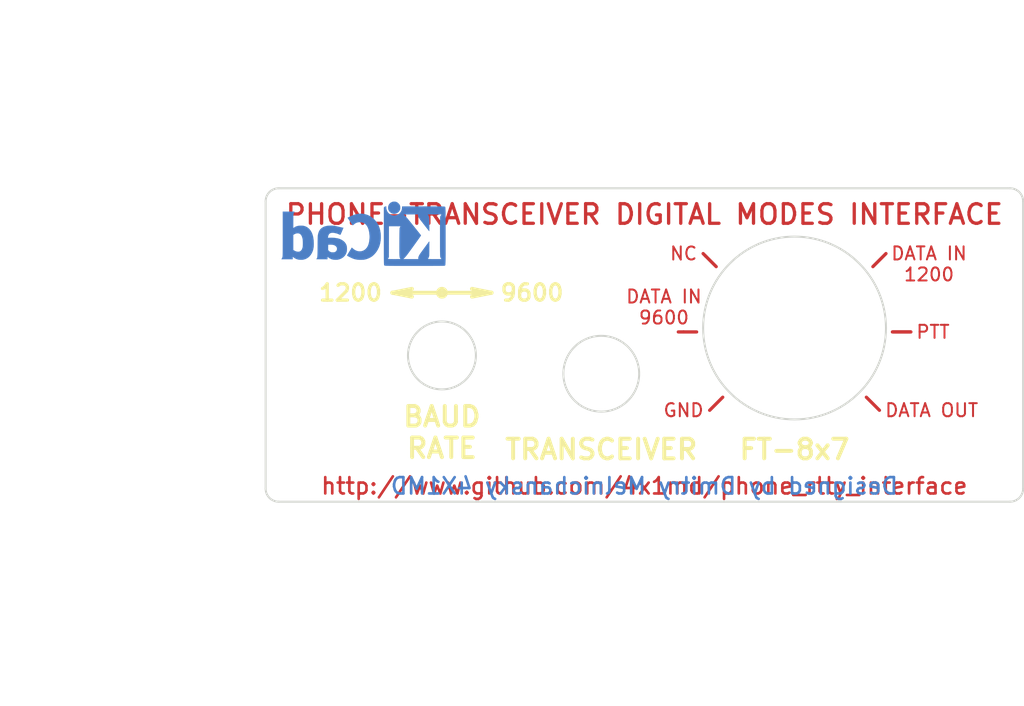
<source format=kicad_pcb>
(kicad_pcb (version 4) (host pcbnew 4.0.7-e2-6376~58~ubuntu16.04.1)

  (general
    (links 0)
    (no_connects 0)
    (area 78.816667 85.65 164.986666 141.700001)
    (thickness 1.6)
    (drawings 49)
    (tracks 9)
    (zones 0)
    (modules 3)
    (nets 1)
  )

  (page A4)
  (title_block
    (title "Phone-transceiver digital modes interface - back panel")
    (date 2017-10-28)
    (rev B)
    (comment 1 https://github.com/4x1md/phone_rtty_interface)
  )

  (layers
    (0 F.Cu signal)
    (31 B.Cu signal)
    (32 B.Adhes user)
    (33 F.Adhes user)
    (34 B.Paste user)
    (35 F.Paste user)
    (36 B.SilkS user)
    (37 F.SilkS user)
    (38 B.Mask user)
    (39 F.Mask user)
    (40 Dwgs.User user)
    (41 Cmts.User user)
    (42 Eco1.User user)
    (43 Eco2.User user)
    (44 Edge.Cuts user)
    (45 Margin user)
    (46 B.CrtYd user)
    (47 F.CrtYd user)
    (48 B.Fab user)
    (49 F.Fab user)
  )

  (setup
    (last_trace_width 0.25)
    (user_trace_width 0.5)
    (user_trace_width 0.75)
    (user_trace_width 1)
    (user_trace_width 1.5)
    (trace_clearance 0.2)
    (zone_clearance 0.35)
    (zone_45_only no)
    (trace_min 0.2)
    (segment_width 0.3)
    (edge_width 0.15)
    (via_size 0.6)
    (via_drill 0.4)
    (via_min_size 0.4)
    (via_min_drill 0.3)
    (user_via 0.75 0.4)
    (user_via 0.85 0.4)
    (user_via 1 0.4)
    (uvia_size 0.3)
    (uvia_drill 0.1)
    (uvias_allowed no)
    (uvia_min_size 0.2)
    (uvia_min_drill 0.1)
    (pcb_text_width 0.3)
    (pcb_text_size 1.5 1.5)
    (mod_edge_width 0.15)
    (mod_text_size 1 1)
    (mod_text_width 0.15)
    (pad_size 2.7 2.7)
    (pad_drill 2.7)
    (pad_to_mask_clearance 0.2)
    (aux_axis_origin 100 100)
    (visible_elements 7FFFFFFF)
    (pcbplotparams
      (layerselection 0x010f0_80000001)
      (usegerberextensions true)
      (excludeedgelayer true)
      (linewidth 0.100000)
      (plotframeref false)
      (viasonmask false)
      (mode 1)
      (useauxorigin false)
      (hpglpennumber 1)
      (hpglpenspeed 20)
      (hpglpendiameter 15)
      (hpglpenoverlay 2)
      (psnegative false)
      (psa4output false)
      (plotreference true)
      (plotvalue false)
      (plotinvisibletext false)
      (padsonsilk false)
      (subtractmaskfromsilk false)
      (outputformat 1)
      (mirror false)
      (drillshape 0)
      (scaleselection 1)
      (outputdirectory D:/MyProjects/phone_rtty_interface/gerbers))
  )

  (net 0 "")

  (net_class Default "This is the default net class."
    (clearance 0.2)
    (trace_width 0.25)
    (via_dia 0.6)
    (via_drill 0.4)
    (uvia_dia 0.3)
    (uvia_drill 0.1)
  )

  (module Mounting_Holes:MountingHole_2.7mm_M2.5_ISO7380 locked (layer F.Cu) (tedit 59F4AA55) (tstamp 58459CF2)
    (at 102.7 112)
    (descr "Mounting Hole 2.7mm, no annular, M2.5, ISO7380")
    (tags "mounting hole 2.7mm no annular m2.5 iso7380")
    (fp_text reference MH1 (at -7.3 -5.4) (layer F.SilkS) hide
      (effects (font (size 1 1) (thickness 0.15)))
    )
    (fp_text value MH_2.7mm_M2.5_ISO7380 (at -6.7 -3.5) (layer F.Fab) hide
      (effects (font (size 1 1) (thickness 0.15)))
    )
    (fp_circle (center 0 0) (end 2.25 0) (layer Cmts.User) (width 0.15))
    (fp_circle (center 0 0) (end 2.5 0) (layer F.CrtYd) (width 0.05))
    (pad 1 np_thru_hole circle (at 0 0) (size 2.7 2.7) (drill 2.7) (layers *.Cu *.Mask))
  )

  (module Mounting_Holes:MountingHole_2.7mm_M2.5_ISO7380 locked (layer F.Cu) (tedit 5845FABA) (tstamp 58459D22)
    (at 155.3 112)
    (descr "Mounting Hole 2.7mm, no annular, M2.5, ISO7380")
    (tags "mounting hole 2.7mm no annular m2.5 iso7380")
    (fp_text reference MH2 (at -0.18 -5.51) (layer F.SilkS) hide
      (effects (font (size 1 1) (thickness 0.15)))
    )
    (fp_text value MH_2.7mm_M2.5_ISO7380 (at -0.18 -4.24) (layer F.Fab) hide
      (effects (font (size 1 1) (thickness 0.15)))
    )
    (fp_circle (center 0 0) (end 2.25 0) (layer Cmts.User) (width 0.15))
    (fp_circle (center 0 0) (end 2.5 0) (layer F.CrtYd) (width 0.05))
    (pad 1 np_thru_hole circle (at 0 0) (size 2.7 2.7) (drill 2.7) (layers *.Cu *.Mask))
  )

  (module custom_kicad_footprints:KiCad-Logo_Copper (layer B.Cu) (tedit 0) (tstamp 59F48DE3)
    (at 107.5 104 180)
    (descr "KiCad Logo")
    (tags "Logo KiCad")
    (attr virtual)
    (fp_text reference REF*** (at 0 0 180) (layer B.Cu) hide
      (effects (font (size 1 1) (thickness 0.15)) (justify mirror))
    )
    (fp_text value KiCad-Logo_Copper (at 0.75 0 180) (layer B.Fab) hide
      (effects (font (size 1 1) (thickness 0.15)) (justify mirror))
    )
    (fp_poly (pts (xy -2.9464 2.510946) (xy -2.935535 2.397007) (xy -2.903918 2.289384) (xy -2.853015 2.190385)
      (xy -2.784293 2.102316) (xy -2.699219 2.027484) (xy -2.602232 1.969616) (xy -2.495964 1.929995)
      (xy -2.38895 1.911427) (xy -2.2833 1.912566) (xy -2.181125 1.93207) (xy -2.084534 1.968594)
      (xy -1.995638 2.020795) (xy -1.916546 2.087327) (xy -1.849369 2.166848) (xy -1.796217 2.258013)
      (xy -1.759199 2.359477) (xy -1.740427 2.469898) (xy -1.738489 2.519794) (xy -1.738489 2.607733)
      (xy -1.68656 2.607733) (xy -1.650253 2.604889) (xy -1.623355 2.593089) (xy -1.596249 2.569351)
      (xy -1.557867 2.530969) (xy -1.557867 0.339398) (xy -1.557876 0.077261) (xy -1.557908 -0.163241)
      (xy -1.557972 -0.383048) (xy -1.558076 -0.583101) (xy -1.558227 -0.764344) (xy -1.558434 -0.927716)
      (xy -1.558706 -1.07416) (xy -1.55905 -1.204617) (xy -1.559474 -1.320029) (xy -1.559987 -1.421338)
      (xy -1.560597 -1.509484) (xy -1.561312 -1.58541) (xy -1.56214 -1.650057) (xy -1.563089 -1.704367)
      (xy -1.564167 -1.74928) (xy -1.565383 -1.78574) (xy -1.566745 -1.814687) (xy -1.568261 -1.837063)
      (xy -1.569938 -1.853809) (xy -1.571786 -1.865868) (xy -1.573813 -1.87418) (xy -1.576025 -1.879687)
      (xy -1.577108 -1.881537) (xy -1.581271 -1.888549) (xy -1.584805 -1.894996) (xy -1.588635 -1.9009)
      (xy -1.593682 -1.906286) (xy -1.600871 -1.911178) (xy -1.611123 -1.915598) (xy -1.625364 -1.919572)
      (xy -1.644514 -1.923121) (xy -1.669499 -1.92627) (xy -1.70124 -1.929042) (xy -1.740662 -1.931461)
      (xy -1.788686 -1.933551) (xy -1.846237 -1.935335) (xy -1.914237 -1.936837) (xy -1.99361 -1.93808)
      (xy -2.085279 -1.939089) (xy -2.190166 -1.939885) (xy -2.309196 -1.940494) (xy -2.44329 -1.940939)
      (xy -2.593373 -1.941243) (xy -2.760367 -1.94143) (xy -2.945196 -1.941524) (xy -3.148783 -1.941548)
      (xy -3.37205 -1.941525) (xy -3.615922 -1.94148) (xy -3.881321 -1.941437) (xy -3.919704 -1.941432)
      (xy -4.186682 -1.941389) (xy -4.432002 -1.941318) (xy -4.656583 -1.941213) (xy -4.861345 -1.941066)
      (xy -5.047206 -1.940869) (xy -5.215088 -1.940616) (xy -5.365908 -1.9403) (xy -5.500587 -1.939913)
      (xy -5.620044 -1.939447) (xy -5.725199 -1.938897) (xy -5.816971 -1.938253) (xy -5.896279 -1.937511)
      (xy -5.964043 -1.936661) (xy -6.021182 -1.935697) (xy -6.068617 -1.934611) (xy -6.107266 -1.933397)
      (xy -6.138049 -1.932047) (xy -6.161885 -1.930555) (xy -6.179694 -1.928911) (xy -6.192395 -1.927111)
      (xy -6.200908 -1.925145) (xy -6.205266 -1.923477) (xy -6.213728 -1.919906) (xy -6.221497 -1.91727)
      (xy -6.228602 -1.914634) (xy -6.235073 -1.911062) (xy -6.240939 -1.905621) (xy -6.246229 -1.897375)
      (xy -6.250974 -1.88539) (xy -6.255202 -1.868731) (xy -6.258943 -1.846463) (xy -6.262227 -1.817652)
      (xy -6.265083 -1.781363) (xy -6.26754 -1.736661) (xy -6.269629 -1.682611) (xy -6.271378 -1.618279)
      (xy -6.272817 -1.54273) (xy -6.273976 -1.45503) (xy -6.274883 -1.354243) (xy -6.275569 -1.239434)
      (xy -6.276063 -1.10967) (xy -6.276395 -0.964015) (xy -6.276593 -0.801535) (xy -6.276687 -0.621295)
      (xy -6.276708 -0.42236) (xy -6.276685 -0.203796) (xy -6.276646 0.035332) (xy -6.276622 0.29596)
      (xy -6.276622 0.338111) (xy -6.276636 0.601008) (xy -6.276661 0.842268) (xy -6.276671 1.062835)
      (xy -6.276642 1.263648) (xy -6.276548 1.445651) (xy -6.276362 1.609784) (xy -6.276059 1.756989)
      (xy -6.275614 1.888208) (xy -6.275034 1.998133) (xy -5.972197 1.998133) (xy -5.932407 1.940289)
      (xy -5.921236 1.924521) (xy -5.911166 1.910559) (xy -5.902138 1.897216) (xy -5.894097 1.883307)
      (xy -5.886986 1.867644) (xy -5.880747 1.849042) (xy -5.875325 1.826314) (xy -5.870662 1.798273)
      (xy -5.866701 1.763733) (xy -5.863385 1.721508) (xy -5.860659 1.670411) (xy -5.858464 1.609256)
      (xy -5.856745 1.536856) (xy -5.855444 1.452025) (xy -5.854505 1.353578) (xy -5.85387 1.240326)
      (xy -5.853484 1.111084) (xy -5.853288 0.964666) (xy -5.853227 0.799884) (xy -5.853243 0.615553)
      (xy -5.85328 0.410487) (xy -5.853289 0.287867) (xy -5.853265 0.070918) (xy -5.853231 -0.124642)
      (xy -5.853243 -0.299999) (xy -5.853358 -0.456341) (xy -5.85363 -0.594857) (xy -5.854118 -0.716734)
      (xy -5.854876 -0.82316) (xy -5.855962 -0.915322) (xy -5.857431 -0.994409) (xy -5.85934 -1.061608)
      (xy -5.861744 -1.118107) (xy -5.864701 -1.165093) (xy -5.868266 -1.203755) (xy -5.872495 -1.23528)
      (xy -5.877446 -1.260855) (xy -5.883173 -1.28167) (xy -5.889733 -1.298911) (xy -5.897183 -1.313765)
      (xy -5.905579 -1.327422) (xy -5.914976 -1.341069) (xy -5.925432 -1.355893) (xy -5.931523 -1.364783)
      (xy -5.970296 -1.4224) (xy -5.438732 -1.4224) (xy -5.315483 -1.422365) (xy -5.212987 -1.422215)
      (xy -5.12942 -1.421878) (xy -5.062956 -1.421286) (xy -5.011771 -1.420367) (xy -4.974041 -1.419051)
      (xy -4.94794 -1.417269) (xy -4.931644 -1.414951) (xy -4.923328 -1.412026) (xy -4.921168 -1.408424)
      (xy -4.923339 -1.404075) (xy -4.924535 -1.402645) (xy -4.949685 -1.365573) (xy -4.975583 -1.312772)
      (xy -4.999192 -1.25077) (xy -5.007461 -1.224357) (xy -5.012078 -1.206416) (xy -5.015979 -1.185355)
      (xy -5.019248 -1.159089) (xy -5.021966 -1.125532) (xy -5.024215 -1.082599) (xy -5.026077 -1.028204)
      (xy -5.027636 -0.960262) (xy -5.028972 -0.876688) (xy -5.030169 -0.775395) (xy -5.031308 -0.6543)
      (xy -5.031685 -0.6096) (xy -5.032702 -0.484449) (xy -5.03346 -0.380082) (xy -5.033903 -0.294707)
      (xy -5.03397 -0.226533) (xy -5.033605 -0.173765) (xy -5.032748 -0.134614) (xy -5.031341 -0.107285)
      (xy -5.029325 -0.089986) (xy -5.026643 -0.080926) (xy -5.023236 -0.078312) (xy -5.019044 -0.080351)
      (xy -5.014571 -0.084667) (xy -5.004216 -0.097602) (xy -4.982158 -0.126676) (xy -4.949957 -0.169759)
      (xy -4.909174 -0.224718) (xy -4.86137 -0.289423) (xy -4.808105 -0.361742) (xy -4.75094 -0.439544)
      (xy -4.691437 -0.520698) (xy -4.631155 -0.603072) (xy -4.571655 -0.684536) (xy -4.514498 -0.762957)
      (xy -4.461245 -0.836204) (xy -4.413457 -0.902147) (xy -4.372693 -0.958654) (xy -4.340516 -1.003593)
      (xy -4.318485 -1.034834) (xy -4.313917 -1.041466) (xy -4.290996 -1.078369) (xy -4.264188 -1.126359)
      (xy -4.238789 -1.175897) (xy -4.235568 -1.182577) (xy -4.21389 -1.230772) (xy -4.201304 -1.268334)
      (xy -4.195574 -1.30416) (xy -4.194456 -1.3462) (xy -4.19509 -1.4224) (xy -3.040651 -1.4224)
      (xy -3.131815 -1.328669) (xy -3.178612 -1.278775) (xy -3.228899 -1.222295) (xy -3.274944 -1.168026)
      (xy -3.295369 -1.142673) (xy -3.325807 -1.103128) (xy -3.365862 -1.049916) (xy -3.414361 -0.984667)
      (xy -3.470135 -0.909011) (xy -3.532011 -0.824577) (xy -3.598819 -0.732994) (xy -3.669387 -0.635892)
      (xy -3.742545 -0.534901) (xy -3.817121 -0.43165) (xy -3.891944 -0.327768) (xy -3.965843 -0.224885)
      (xy -4.037646 -0.124631) (xy -4.106184 -0.028636) (xy -4.170284 0.061473) (xy -4.228775 0.144064)
      (xy -4.280486 0.217508) (xy -4.324247 0.280176) (xy -4.358885 0.330439) (xy -4.38323 0.366666)
      (xy -4.396111 0.387229) (xy -4.397869 0.391332) (xy -4.38991 0.402658) (xy -4.369115 0.429838)
      (xy -4.336847 0.471171) (xy -4.29447 0.524956) (xy -4.243347 0.589494) (xy -4.184841 0.663082)
      (xy -4.120314 0.744022) (xy -4.051131 0.830612) (xy -3.978653 0.921152) (xy -3.904246 1.01394)
      (xy -3.844517 1.088298) (xy -2.833511 1.088298) (xy -2.827602 1.075341) (xy -2.813272 1.053092)
      (xy -2.812225 1.051609) (xy -2.793438 1.021456) (xy -2.773791 0.984625) (xy -2.769892 0.976489)
      (xy -2.766356 0.96806) (xy -2.76323 0.957941) (xy -2.760486 0.94474) (xy -2.758092 0.927062)
      (xy -2.756019 0.903516) (xy -2.754235 0.872707) (xy -2.752712 0.833243) (xy -2.751419 0.783731)
      (xy -2.750326 0.722777) (xy -2.749403 0.648989) (xy -2.748619 0.560972) (xy -2.747945 0.457335)
      (xy -2.74735 0.336684) (xy -2.746805 0.197626) (xy -2.746279 0.038768) (xy -2.745745 -0.140089)
      (xy -2.745206 -0.325207) (xy -2.744772 -0.489145) (xy -2.744509 -0.633303) (xy -2.744484 -0.759079)
      (xy -2.744765 -0.867871) (xy -2.745419 -0.961077) (xy -2.746514 -1.040097) (xy -2.748118 -1.106328)
      (xy -2.750297 -1.16117) (xy -2.753119 -1.206021) (xy -2.756651 -1.242278) (xy -2.760961 -1.271341)
      (xy -2.766117 -1.294609) (xy -2.772185 -1.313479) (xy -2.779233 -1.329351) (xy -2.787329 -1.343622)
      (xy -2.79654 -1.357691) (xy -2.80504 -1.370158) (xy -2.822176 -1.396452) (xy -2.832322 -1.414037)
      (xy -2.833511 -1.417257) (xy -2.822604 -1.418334) (xy -2.791411 -1.419335) (xy -2.742223 -1.420235)
      (xy -2.677333 -1.42101) (xy -2.59903 -1.421637) (xy -2.509607 -1.422091) (xy -2.411356 -1.422349)
      (xy -2.342445 -1.4224) (xy -2.237452 -1.42218) (xy -2.14061 -1.421548) (xy -2.054107 -1.420549)
      (xy -1.980132 -1.419227) (xy -1.920874 -1.417626) (xy -1.87852 -1.415791) (xy -1.85526 -1.413765)
      (xy -1.851378 -1.412493) (xy -1.859076 -1.397591) (xy -1.867074 -1.38956) (xy -1.880246 -1.372434)
      (xy -1.897485 -1.342183) (xy -1.909407 -1.317622) (xy -1.936045 -1.258711) (xy -1.93912 -0.081845)
      (xy -1.942195 1.095022) (xy -2.387853 1.095022) (xy -2.48567 1.094858) (xy -2.576064 1.094389)
      (xy -2.65663 1.093653) (xy -2.724962 1.092684) (xy -2.778656 1.09152) (xy -2.815305 1.090197)
      (xy -2.832504 1.088751) (xy -2.833511 1.088298) (xy -3.844517 1.088298) (xy -3.82927 1.107278)
      (xy -3.75509 1.199463) (xy -3.683069 1.288796) (xy -3.614569 1.373576) (xy -3.550955 1.452102)
      (xy -3.493588 1.522674) (xy -3.443833 1.583591) (xy -3.403052 1.633153) (xy -3.385888 1.653822)
      (xy -3.299596 1.754484) (xy -3.222997 1.837741) (xy -3.154183 1.905562) (xy -3.091248 1.959911)
      (xy -3.081867 1.967278) (xy -3.042356 1.997883) (xy -4.174116 1.998133) (xy -4.168827 1.950156)
      (xy -4.17213 1.892812) (xy -4.193661 1.824537) (xy -4.233635 1.744788) (xy -4.278943 1.672505)
      (xy -4.295161 1.64986) (xy -4.323214 1.612304) (xy -4.36143 1.561979) (xy -4.408137 1.501027)
      (xy -4.461661 1.431589) (xy -4.520331 1.355806) (xy -4.582475 1.27582) (xy -4.646421 1.193772)
      (xy -4.710495 1.111804) (xy -4.773027 1.032057) (xy -4.832343 0.956673) (xy -4.886771 0.887793)
      (xy -4.934639 0.827558) (xy -4.974275 0.778111) (xy -5.004006 0.741592) (xy -5.022161 0.720142)
      (xy -5.02522 0.716844) (xy -5.028079 0.724851) (xy -5.030293 0.755145) (xy -5.031857 0.807444)
      (xy -5.032767 0.881469) (xy -5.03302 0.976937) (xy -5.032613 1.093566) (xy -5.031704 1.213555)
      (xy -5.030382 1.345667) (xy -5.028857 1.457406) (xy -5.026881 1.550975) (xy -5.024206 1.628581)
      (xy -5.020582 1.692426) (xy -5.015761 1.744717) (xy -5.009494 1.787656) (xy -5.001532 1.823449)
      (xy -4.991627 1.8543) (xy -4.979531 1.882414) (xy -4.964993 1.909995) (xy -4.950311 1.935034)
      (xy -4.912314 1.998133) (xy -5.972197 1.998133) (xy -6.275034 1.998133) (xy -6.275001 2.004383)
      (xy -6.274195 2.106456) (xy -6.27317 2.195367) (xy -6.2719 2.272059) (xy -6.27036 2.337473)
      (xy -6.268524 2.392551) (xy -6.266367 2.438235) (xy -6.263863 2.475466) (xy -6.260987 2.505187)
      (xy -6.257713 2.528338) (xy -6.254015 2.545861) (xy -6.249869 2.558699) (xy -6.245247 2.567792)
      (xy -6.240126 2.574082) (xy -6.234478 2.578512) (xy -6.228279 2.582022) (xy -6.221504 2.585555)
      (xy -6.215508 2.589124) (xy -6.210275 2.5917) (xy -6.202099 2.594028) (xy -6.189886 2.596122)
      (xy -6.172541 2.597993) (xy -6.148969 2.599653) (xy -6.118077 2.601116) (xy -6.078768 2.602392)
      (xy -6.02995 2.603496) (xy -5.970527 2.604439) (xy -5.899404 2.605233) (xy -5.815488 2.605891)
      (xy -5.717683 2.606425) (xy -5.604894 2.606847) (xy -5.476029 2.607171) (xy -5.329991 2.607408)
      (xy -5.165686 2.60757) (xy -4.98202 2.60767) (xy -4.777897 2.60772) (xy -4.566753 2.607733)
      (xy -2.9464 2.607733) (xy -2.9464 2.510946)) (layer B.Cu) (width 0.01))
    (fp_poly (pts (xy 0.328429 2.050929) (xy 0.48857 2.029755) (xy 0.65251 1.989615) (xy 0.822313 1.930111)
      (xy 1.000043 1.850846) (xy 1.01131 1.845301) (xy 1.069005 1.817275) (xy 1.120552 1.793198)
      (xy 1.162191 1.774751) (xy 1.190162 1.763614) (xy 1.199733 1.761067) (xy 1.21895 1.756059)
      (xy 1.223561 1.751853) (xy 1.218458 1.74142) (xy 1.202418 1.715132) (xy 1.177288 1.675743)
      (xy 1.144914 1.626009) (xy 1.107143 1.568685) (xy 1.065822 1.506524) (xy 1.022798 1.442282)
      (xy 0.979917 1.378715) (xy 0.939026 1.318575) (xy 0.901971 1.26462) (xy 0.8706 1.219603)
      (xy 0.846759 1.186279) (xy 0.832294 1.167403) (xy 0.830309 1.165213) (xy 0.820191 1.169862)
      (xy 0.79785 1.187038) (xy 0.76728 1.21356) (xy 0.751536 1.228036) (xy 0.655047 1.303318)
      (xy 0.548336 1.358759) (xy 0.432832 1.393859) (xy 0.309962 1.40812) (xy 0.240561 1.406949)
      (xy 0.119423 1.389788) (xy 0.010205 1.353906) (xy -0.087418 1.299041) (xy -0.173772 1.22493)
      (xy -0.249185 1.131312) (xy -0.313982 1.017924) (xy -0.351399 0.931333) (xy -0.395252 0.795634)
      (xy -0.427572 0.64815) (xy -0.448443 0.492686) (xy -0.457949 0.333044) (xy -0.456173 0.173027)
      (xy -0.443197 0.016439) (xy -0.419106 -0.132918) (xy -0.383982 -0.27124) (xy -0.337908 -0.394724)
      (xy -0.321627 -0.428978) (xy -0.25338 -0.543064) (xy -0.172921 -0.639557) (xy -0.08143 -0.71767)
      (xy 0.019911 -0.776617) (xy 0.12992 -0.815612) (xy 0.247415 -0.833868) (xy 0.288883 -0.835211)
      (xy 0.410441 -0.82429) (xy 0.530878 -0.791474) (xy 0.648666 -0.737439) (xy 0.762277 -0.662865)
      (xy 0.853685 -0.584539) (xy 0.900215 -0.540008) (xy 1.081483 -0.837271) (xy 1.12658 -0.911433)
      (xy 1.167819 -0.979646) (xy 1.203735 -1.039459) (xy 1.232866 -1.08842) (xy 1.25375 -1.124079)
      (xy 1.264924 -1.143984) (xy 1.266375 -1.147079) (xy 1.258146 -1.156718) (xy 1.232567 -1.173999)
      (xy 1.192873 -1.197283) (xy 1.142297 -1.224934) (xy 1.084074 -1.255315) (xy 1.021437 -1.28679)
      (xy 0.957621 -1.317722) (xy 0.89586 -1.346473) (xy 0.839388 -1.371408) (xy 0.791438 -1.390889)
      (xy 0.767986 -1.399318) (xy 0.634221 -1.437133) (xy 0.496327 -1.462136) (xy 0.348622 -1.47514)
      (xy 0.221833 -1.477468) (xy 0.153878 -1.476373) (xy 0.088277 -1.474275) (xy 0.030847 -1.471434)
      (xy -0.012597 -1.468106) (xy -0.026702 -1.466422) (xy -0.165716 -1.437587) (xy -0.307243 -1.392468)
      (xy -0.444725 -1.33375) (xy -0.571606 -1.26412) (xy -0.649111 -1.211441) (xy -0.776519 -1.103239)
      (xy -0.894822 -0.976671) (xy -1.001828 -0.834866) (xy -1.095348 -0.680951) (xy -1.17319 -0.518053)
      (xy -1.217044 -0.400756) (xy -1.267292 -0.217128) (xy -1.300791 -0.022581) (xy -1.317551 0.178675)
      (xy -1.317584 0.382432) (xy -1.300899 0.584479) (xy -1.267507 0.780608) (xy -1.21742 0.966609)
      (xy -1.213603 0.978197) (xy -1.150719 1.14025) (xy -1.073972 1.288168) (xy -0.980758 1.426135)
      (xy -0.868473 1.558339) (xy -0.824608 1.603601) (xy -0.688466 1.727543) (xy -0.548509 1.830085)
      (xy -0.402589 1.912344) (xy -0.248558 1.975436) (xy -0.084268 2.020477) (xy 0.011289 2.037967)
      (xy 0.170023 2.053534) (xy 0.328429 2.050929)) (layer B.Cu) (width 0.01))
    (fp_poly (pts (xy 2.673574 1.133448) (xy 2.825492 1.113433) (xy 2.960756 1.079798) (xy 3.080239 1.032275)
      (xy 3.184815 0.970595) (xy 3.262424 0.907035) (xy 3.331265 0.832901) (xy 3.385006 0.753129)
      (xy 3.42791 0.660909) (xy 3.443384 0.617839) (xy 3.456244 0.578858) (xy 3.467446 0.542711)
      (xy 3.47712 0.507566) (xy 3.485396 0.47159) (xy 3.492403 0.43295) (xy 3.498272 0.389815)
      (xy 3.503131 0.340351) (xy 3.50711 0.282727) (xy 3.51034 0.215109) (xy 3.512949 0.135666)
      (xy 3.515067 0.042564) (xy 3.516824 -0.066027) (xy 3.518349 -0.191942) (xy 3.519772 -0.337012)
      (xy 3.521025 -0.479778) (xy 3.522351 -0.635968) (xy 3.523556 -0.771239) (xy 3.524766 -0.887246)
      (xy 3.526106 -0.985645) (xy 3.5277 -1.068093) (xy 3.529675 -1.136246) (xy 3.532156 -1.19176)
      (xy 3.535269 -1.236292) (xy 3.539138 -1.271498) (xy 3.543889 -1.299034) (xy 3.549648 -1.320556)
      (xy 3.556539 -1.337722) (xy 3.564689 -1.352186) (xy 3.574223 -1.365606) (xy 3.585266 -1.379638)
      (xy 3.589566 -1.385071) (xy 3.605386 -1.40791) (xy 3.612422 -1.423463) (xy 3.612444 -1.423922)
      (xy 3.601567 -1.426121) (xy 3.570582 -1.428147) (xy 3.521957 -1.429942) (xy 3.458163 -1.431451)
      (xy 3.381669 -1.432616) (xy 3.294944 -1.43338) (xy 3.200457 -1.433686) (xy 3.18955 -1.433689)
      (xy 2.766657 -1.433689) (xy 2.763395 -1.337622) (xy 2.760133 -1.241556) (xy 2.698044 -1.292543)
      (xy 2.600714 -1.360057) (xy 2.490813 -1.414749) (xy 2.404349 -1.444978) (xy 2.335278 -1.459666)
      (xy 2.251925 -1.469659) (xy 2.162159 -1.474646) (xy 2.073845 -1.474313) (xy 1.994851 -1.468351)
      (xy 1.958622 -1.462638) (xy 1.818603 -1.424776) (xy 1.692178 -1.369932) (xy 1.58026 -1.298924)
      (xy 1.483762 -1.212568) (xy 1.4036 -1.111679) (xy 1.340687 -0.997076) (xy 1.296312 -0.870984)
      (xy 1.283978 -0.814401) (xy 1.276368 -0.752202) (xy 1.272739 -0.677363) (xy 1.272245 -0.643467)
      (xy 1.27231 -0.640282) (xy 2.032248 -0.640282) (xy 2.041541 -0.715333) (xy 2.069728 -0.77916)
      (xy 2.118197 -0.834798) (xy 2.123254 -0.839211) (xy 2.171548 -0.874037) (xy 2.223257 -0.89662)
      (xy 2.283989 -0.90854) (xy 2.359352 -0.911383) (xy 2.377459 -0.910978) (xy 2.431278 -0.908325)
      (xy 2.471308 -0.902909) (xy 2.506324 -0.892745) (xy 2.545103 -0.87585) (xy 2.555745 -0.870672)
      (xy 2.616396 -0.834844) (xy 2.663215 -0.792212) (xy 2.675952 -0.776973) (xy 2.720622 -0.720462)
      (xy 2.720622 -0.524586) (xy 2.720086 -0.445939) (xy 2.718396 -0.387988) (xy 2.715428 -0.348875)
      (xy 2.711057 -0.326741) (xy 2.706972 -0.320274) (xy 2.691047 -0.317111) (xy 2.657264 -0.314488)
      (xy 2.61034 -0.312655) (xy 2.554993 -0.311857) (xy 2.546106 -0.311842) (xy 2.42533 -0.317096)
      (xy 2.32266 -0.333263) (xy 2.236106 -0.360961) (xy 2.163681 -0.400808) (xy 2.108751 -0.447758)
      (xy 2.064204 -0.505645) (xy 2.03948 -0.568693) (xy 2.032248 -0.640282) (xy 1.27231 -0.640282)
      (xy 1.274178 -0.549712) (xy 1.282522 -0.470812) (xy 1.298768 -0.39959) (xy 1.324405 -0.328864)
      (xy 1.348401 -0.276493) (xy 1.40702 -0.181196) (xy 1.485117 -0.09317) (xy 1.580315 -0.014017)
      (xy 1.690238 0.05466) (xy 1.81251 0.111259) (xy 1.944755 0.154179) (xy 2.009422 0.169118)
      (xy 2.145604 0.191223) (xy 2.294049 0.205806) (xy 2.445505 0.212187) (xy 2.572064 0.210555)
      (xy 2.73395 0.203776) (xy 2.72653 0.262755) (xy 2.707238 0.361908) (xy 2.676104 0.442628)
      (xy 2.632269 0.505534) (xy 2.574871 0.551244) (xy 2.503048 0.580378) (xy 2.415941 0.593553)
      (xy 2.312686 0.591389) (xy 2.274711 0.587388) (xy 2.13352 0.56222) (xy 1.996707 0.521186)
      (xy 1.902178 0.483185) (xy 1.857018 0.46381) (xy 1.818585 0.44824) (xy 1.792234 0.438595)
      (xy 1.784546 0.436548) (xy 1.774802 0.445626) (xy 1.758083 0.474595) (xy 1.734232 0.523783)
      (xy 1.703093 0.593516) (xy 1.664507 0.684121) (xy 1.65791 0.699911) (xy 1.627853 0.772228)
      (xy 1.600874 0.837575) (xy 1.578136 0.893094) (xy 1.560806 0.935928) (xy 1.550048 0.963219)
      (xy 1.546941 0.972058) (xy 1.55694 0.976813) (xy 1.583217 0.98209) (xy 1.611489 0.985769)
      (xy 1.641646 0.990526) (xy 1.689433 0.999972) (xy 1.750612 1.01318) (xy 1.820946 1.029224)
      (xy 1.896194 1.04718) (xy 1.924755 1.054203) (xy 2.029816 1.079791) (xy 2.11748 1.099853)
      (xy 2.192068 1.115031) (xy 2.257903 1.125965) (xy 2.319307 1.133296) (xy 2.380602 1.137665)
      (xy 2.44611 1.139713) (xy 2.504128 1.140111) (xy 2.673574 1.133448)) (layer B.Cu) (width 0.01))
    (fp_poly (pts (xy 6.186507 0.527755) (xy 6.186526 0.293338) (xy 6.186552 0.080397) (xy 6.186625 -0.112168)
      (xy 6.186782 -0.285459) (xy 6.187064 -0.440576) (xy 6.187509 -0.57862) (xy 6.188156 -0.700692)
      (xy 6.189045 -0.807894) (xy 6.190213 -0.901326) (xy 6.191701 -0.98209) (xy 6.193546 -1.051286)
      (xy 6.195789 -1.110015) (xy 6.198469 -1.159379) (xy 6.201623 -1.200478) (xy 6.205292 -1.234413)
      (xy 6.209513 -1.262286) (xy 6.214327 -1.285198) (xy 6.219773 -1.304249) (xy 6.225888 -1.32054)
      (xy 6.232712 -1.335173) (xy 6.240285 -1.349249) (xy 6.248645 -1.363868) (xy 6.253839 -1.372974)
      (xy 6.288104 -1.433689) (xy 5.429955 -1.433689) (xy 5.429955 -1.337733) (xy 5.429224 -1.29437)
      (xy 5.427272 -1.261205) (xy 5.424463 -1.243424) (xy 5.423221 -1.241778) (xy 5.411799 -1.248662)
      (xy 5.389084 -1.266505) (xy 5.366385 -1.285879) (xy 5.3118 -1.326614) (xy 5.242321 -1.367617)
      (xy 5.16527 -1.405123) (xy 5.087965 -1.435364) (xy 5.057113 -1.445012) (xy 4.988616 -1.459578)
      (xy 4.905764 -1.469539) (xy 4.816371 -1.474583) (xy 4.728248 -1.474396) (xy 4.649207 -1.468666)
      (xy 4.611511 -1.462858) (xy 4.473414 -1.424797) (xy 4.346113 -1.367073) (xy 4.230292 -1.290211)
      (xy 4.126637 -1.194739) (xy 4.035833 -1.081179) (xy 3.969031 -0.970381) (xy 3.914164 -0.853625)
      (xy 3.872163 -0.734276) (xy 3.842167 -0.608283) (xy 3.823311 -0.471594) (xy 3.814732 -0.320158)
      (xy 3.814006 -0.242711) (xy 3.8161 -0.185934) (xy 4.645217 -0.185934) (xy 4.645424 -0.279002)
      (xy 4.648337 -0.366692) (xy 4.654 -0.443772) (xy 4.662455 -0.505009) (xy 4.665038 -0.51735)
      (xy 4.69684 -0.624633) (xy 4.738498 -0.711658) (xy 4.790363 -0.778642) (xy 4.852781 -0.825805)
      (xy 4.9261 -0.853365) (xy 5.010669 -0.861541) (xy 5.106835 -0.850551) (xy 5.170311 -0.834829)
      (xy 5.219454 -0.816639) (xy 5.273583 -0.790791) (xy 5.314244 -0.767089) (xy 5.3848 -0.720721)
      (xy 5.3848 0.42947) (xy 5.317392 0.473038) (xy 5.238867 0.51396) (xy 5.154681 0.540611)
      (xy 5.069557 0.552535) (xy 4.988216 0.549278) (xy 4.91538 0.530385) (xy 4.883426 0.514816)
      (xy 4.825501 0.471819) (xy 4.776544 0.415047) (xy 4.73539 0.342425) (xy 4.700874 0.251879)
      (xy 4.671833 0.141334) (xy 4.670552 0.135467) (xy 4.660381 0.073212) (xy 4.652739 -0.004594)
      (xy 4.64767 -0.09272) (xy 4.645217 -0.185934) (xy 3.8161 -0.185934) (xy 3.821857 -0.029895)
      (xy 3.843802 0.165941) (xy 3.879786 0.344668) (xy 3.929759 0.506155) (xy 3.993668 0.650274)
      (xy 4.071462 0.776894) (xy 4.163089 0.885885) (xy 4.268497 0.977117) (xy 4.313662 1.008068)
      (xy 4.414611 1.064215) (xy 4.517901 1.103826) (xy 4.627989 1.127986) (xy 4.74933 1.137781)
      (xy 4.841836 1.136735) (xy 4.97149 1.125769) (xy 5.084084 1.103954) (xy 5.182875 1.070286)
      (xy 5.271121 1.023764) (xy 5.319986 0.989552) (xy 5.349353 0.967638) (xy 5.371043 0.952667)
      (xy 5.379253 0.948267) (xy 5.380868 0.959096) (xy 5.382159 0.989749) (xy 5.383138 1.037474)
      (xy 5.383817 1.099521) (xy 5.38421 1.173138) (xy 5.38433 1.255573) (xy 5.384188 1.344075)
      (xy 5.383797 1.435893) (xy 5.383171 1.528276) (xy 5.38232 1.618472) (xy 5.38126 1.703729)
      (xy 5.380001 1.781297) (xy 5.378556 1.848424) (xy 5.376938 1.902359) (xy 5.375161 1.94035)
      (xy 5.374669 1.947333) (xy 5.367092 2.017749) (xy 5.355531 2.072898) (xy 5.337792 2.120019)
      (xy 5.311682 2.166353) (xy 5.305415 2.175933) (xy 5.280983 2.212622) (xy 6.186311 2.212622)
      (xy 6.186507 0.527755)) (layer B.Cu) (width 0.01))
    (fp_poly (pts (xy -2.273043 2.973429) (xy -2.176768 2.949191) (xy -2.090184 2.906359) (xy -2.015373 2.846581)
      (xy -1.954418 2.771506) (xy -1.909399 2.68278) (xy -1.883136 2.58647) (xy -1.877286 2.489205)
      (xy -1.89214 2.395346) (xy -1.92584 2.307489) (xy -1.976528 2.22823) (xy -2.042345 2.160164)
      (xy -2.121434 2.105888) (xy -2.211934 2.067998) (xy -2.2632 2.055574) (xy -2.307698 2.048053)
      (xy -2.341999 2.045081) (xy -2.37496 2.046906) (xy -2.415434 2.053775) (xy -2.448531 2.06075)
      (xy -2.541947 2.092259) (xy -2.625619 2.143383) (xy -2.697665 2.212571) (xy -2.7562 2.298272)
      (xy -2.770148 2.325511) (xy -2.786586 2.361878) (xy -2.796894 2.392418) (xy -2.80246 2.42455)
      (xy -2.804669 2.465693) (xy -2.804948 2.511778) (xy -2.800861 2.596135) (xy -2.787446 2.665414)
      (xy -2.762256 2.726039) (xy -2.722846 2.784433) (xy -2.684298 2.828698) (xy -2.612406 2.894516)
      (xy -2.537313 2.939947) (xy -2.454562 2.96715) (xy -2.376928 2.977424) (xy -2.273043 2.973429)) (layer B.Cu) (width 0.01))
  )

  (gr_text NC (at 132 105) (layer F.Cu)
    (effects (font (size 1 1) (thickness 0.15)))
  )
  (gr_text "DATA IN\n9600" (at 130.5 109.1) (layer F.Cu)
    (effects (font (size 1 1) (thickness 0.15)))
  )
  (gr_text GND (at 132 117) (layer F.Cu)
    (effects (font (size 1 1) (thickness 0.15)))
  )
  (gr_text "DATA OUT" (at 151 117) (layer F.Cu)
    (effects (font (size 1 1) (thickness 0.15)))
  )
  (gr_text "DATA IN\n1200" (at 150.8 105.8) (layer F.Cu)
    (effects (font (size 1 1) (thickness 0.15)))
  )
  (gr_text PTT (at 151.1 111) (layer F.Cu)
    (effects (font (size 1 1) (thickness 0.15)))
  )
  (gr_circle (center 113.5 108) (end 113.8 108) (layer F.SilkS) (width 0.3))
  (gr_line (start 111.2 107.7) (end 109.7 108) (angle 90) (layer F.SilkS) (width 0.3) (tstamp 59F4A997))
  (gr_line (start 109.7 108) (end 111.2 108.3) (angle 90) (layer F.SilkS) (width 0.3) (tstamp 59F4A996))
  (gr_line (start 115.8 107.7) (end 117.3 108) (angle 90) (layer F.SilkS) (width 0.3))
  (gr_line (start 117.3 108) (end 115.8 108.3) (angle 90) (layer F.SilkS) (width 0.3))
  (gr_line (start 109.7 108) (end 117.3 108) (angle 90) (layer F.SilkS) (width 0.3))
  (gr_text 9600 (at 120.4 108) (layer F.SilkS)
    (effects (font (size 1.25 1.25) (thickness 0.25)))
  )
  (gr_text 1200 (at 106.5 108) (layer F.SilkS)
    (effects (font (size 1.25 1.25) (thickness 0.25)))
  )
  (dimension 24 (width 0.1) (layer Dwgs.User)
    (gr_text "24.000 mm" (at 83.15 112 270) (layer Dwgs.User)
      (effects (font (size 1 1) (thickness 0.1)))
    )
    (feature1 (pts (xy 99.5 124) (xy 81.8 124)))
    (feature2 (pts (xy 99.5 100) (xy 81.8 100)))
    (crossbar (pts (xy 84.5 100) (xy 84.5 124)))
    (arrow1a (pts (xy 84.5 124) (xy 83.913579 122.873496)))
    (arrow1b (pts (xy 84.5 124) (xy 85.086421 122.873496)))
    (arrow2a (pts (xy 84.5 100) (xy 83.913579 101.126504)))
    (arrow2b (pts (xy 84.5 100) (xy 85.086421 101.126504)))
  )
  (dimension 13.3 (width 0.1) (layer Dwgs.User)
    (gr_text "13.300 mm" (at 87.15 117.35 270) (layer Dwgs.User)
      (effects (font (size 1 1) (thickness 0.1)))
    )
    (feature1 (pts (xy 99.5 124) (xy 85.8 124)))
    (feature2 (pts (xy 99.5 110.7) (xy 85.8 110.7)))
    (crossbar (pts (xy 88.5 110.7) (xy 88.5 124)))
    (arrow1a (pts (xy 88.5 124) (xy 87.913579 122.873496)))
    (arrow1b (pts (xy 88.5 124) (xy 89.086421 122.873496)))
    (arrow2a (pts (xy 88.5 110.7) (xy 87.913579 111.826504)))
    (arrow2b (pts (xy 88.5 110.7) (xy 89.086421 111.826504)))
  )
  (dimension 11.2 (width 0.1) (layer Dwgs.User)
    (gr_text "11.200 mm" (at 91.15 118.4 270) (layer Dwgs.User)
      (effects (font (size 1 1) (thickness 0.1)))
    )
    (feature1 (pts (xy 99.5 124) (xy 89.8 124)))
    (feature2 (pts (xy 99.5 112.8) (xy 89.8 112.8)))
    (crossbar (pts (xy 92.5 112.8) (xy 92.5 124)))
    (arrow1a (pts (xy 92.5 124) (xy 91.913579 122.873496)))
    (arrow1b (pts (xy 92.5 124) (xy 93.086421 122.873496)))
    (arrow2a (pts (xy 92.5 112.8) (xy 91.913579 113.926504)))
    (arrow2b (pts (xy 92.5 112.8) (xy 93.086421 113.926504)))
  )
  (dimension 10.2 (width 0.1) (layer Dwgs.User)
    (gr_text "10.200 mm" (at 95.15 118.9 270) (layer Dwgs.User)
      (effects (font (size 1 1) (thickness 0.1)))
    )
    (feature1 (pts (xy 99.5 124) (xy 93.8 124)))
    (feature2 (pts (xy 99.5 113.8) (xy 93.8 113.8)))
    (crossbar (pts (xy 96.5 113.8) (xy 96.5 124)))
    (arrow1a (pts (xy 96.5 124) (xy 95.913579 122.873496)))
    (arrow1b (pts (xy 96.5 124) (xy 97.086421 122.873496)))
    (arrow2a (pts (xy 96.5 113.8) (xy 95.913579 114.926504)))
    (arrow2b (pts (xy 96.5 113.8) (xy 97.086421 114.926504)))
  )
  (dimension 58 (width 0.1) (layer Dwgs.User)
    (gr_text "58.000 mm" (at 129 96.65) (layer Dwgs.User)
      (effects (font (size 1 1) (thickness 0.1)))
    )
    (feature1 (pts (xy 158 99.5) (xy 158 95.3)))
    (feature2 (pts (xy 100 99.5) (xy 100 95.3)))
    (crossbar (pts (xy 100 98) (xy 158 98)))
    (arrow1a (pts (xy 158 98) (xy 156.873496 98.586421)))
    (arrow1b (pts (xy 158 98) (xy 156.873496 97.413579)))
    (arrow2a (pts (xy 100 98) (xy 101.126504 98.586421)))
    (arrow2b (pts (xy 100 98) (xy 101.126504 97.413579)))
  )
  (dimension 50 (width 0.1) (layer Dwgs.User)
    (gr_text "50.000 mm" (at 129 140.35) (layer Dwgs.User)
      (effects (font (size 1 1) (thickness 0.1)))
    )
    (feature1 (pts (xy 154 124.5) (xy 154 141.7)))
    (feature2 (pts (xy 104 124.5) (xy 104 141.7)))
    (crossbar (pts (xy 104 139) (xy 154 139)))
    (arrow1a (pts (xy 154 139) (xy 152.873496 139.586421)))
    (arrow1b (pts (xy 154 139) (xy 152.873496 138.413579)))
    (arrow2a (pts (xy 104 139) (xy 105.126504 139.586421)))
    (arrow2b (pts (xy 104 139) (xy 105.126504 138.413579)))
  )
  (dimension 40.5 (width 0.1) (layer Dwgs.User)
    (gr_text "40.500 mm" (at 133.75 136.35) (layer Dwgs.User)
      (effects (font (size 1 1) (thickness 0.1)))
    )
    (feature1 (pts (xy 154 124.5) (xy 154 137.7)))
    (feature2 (pts (xy 113.5 124.5) (xy 113.5 137.7)))
    (crossbar (pts (xy 113.5 135) (xy 154 135)))
    (arrow1a (pts (xy 154 135) (xy 152.873496 135.586421)))
    (arrow1b (pts (xy 154 135) (xy 152.873496 134.413579)))
    (arrow2a (pts (xy 113.5 135) (xy 114.626504 135.586421)))
    (arrow2b (pts (xy 113.5 135) (xy 114.626504 134.413579)))
  )
  (dimension 28.3 (width 0.1) (layer Dwgs.User)
    (gr_text "28.300 mm" (at 139.85 132.35) (layer Dwgs.User)
      (effects (font (size 1 1) (thickness 0.1)))
    )
    (feature1 (pts (xy 154 124.5) (xy 154 133.7)))
    (feature2 (pts (xy 125.7 124.5) (xy 125.7 133.7)))
    (crossbar (pts (xy 125.7 131) (xy 154 131)))
    (arrow1a (pts (xy 154 131) (xy 152.873496 131.586421)))
    (arrow1b (pts (xy 154 131) (xy 152.873496 130.413579)))
    (arrow2a (pts (xy 125.7 131) (xy 126.826504 131.586421)))
    (arrow2b (pts (xy 125.7 131) (xy 126.826504 130.413579)))
  )
  (dimension 13.5 (width 0.1) (layer Dwgs.User)
    (gr_text "13.500 mm" (at 147.25 128.35) (layer Dwgs.User)
      (effects (font (size 1.1 1.1) (thickness 0.1)))
    )
    (feature1 (pts (xy 154 124.5) (xy 154 129.7)))
    (feature2 (pts (xy 140.5 124.5) (xy 140.5 129.7)))
    (crossbar (pts (xy 140.5 127) (xy 154 127)))
    (arrow1a (pts (xy 154 127) (xy 152.873496 127.586421)))
    (arrow1b (pts (xy 154 127) (xy 152.873496 126.413579)))
    (arrow2a (pts (xy 140.5 127) (xy 141.626504 127.586421)))
    (arrow2b (pts (xy 140.5 127) (xy 141.626504 126.413579)))
  )
  (gr_circle (center 140.5 110.7) (end 147.5 110.7) (layer Edge.Cuts) (width 0.15))
  (gr_line (start 140.5 103.2) (end 140.5 118.2) (angle 90) (layer Dwgs.User) (width 0.05))
  (gr_line (start 133 110.7) (end 148 110.7) (angle 90) (layer Dwgs.User) (width 0.05) (tstamp 59F4A1A5))
  (gr_circle (center 113.5 112.8) (end 116.1 112.8) (layer Edge.Cuts) (width 0.15))
  (gr_line (start 110.4 112.8) (end 116.6 112.8) (angle 90) (layer Dwgs.User) (width 0.05) (tstamp 59F49FA6))
  (gr_line (start 113.5 109.7) (end 113.5 115.9) (angle 90) (layer Dwgs.User) (width 0.05))
  (gr_line (start 125.7 110.8) (end 125.7 117.6) (angle 90) (layer Dwgs.User) (width 0.05))
  (gr_line (start 121.8 114.2) (end 129.6 114.2) (angle 90) (layer Dwgs.User) (width 0.05) (tstamp 59F48F07))
  (gr_text "PCB level" (at 105 116) (layer Cmts.User)
    (effects (font (size 1.2 1.2) (thickness 0.1)))
  )
  (gr_text "BAUD\nRATE" (at 113.5 118.7) (layer F.SilkS)
    (effects (font (size 1.5 1.5) (thickness 0.3)))
  )
  (gr_text FT-8x7 (at 140.5 120) (layer F.SilkS)
    (effects (font (size 1.5 1.5) (thickness 0.3)))
  )
  (gr_text TRANSCEIVER (at 125.7 120) (layer F.SilkS)
    (effects (font (size 1.5 1.5) (thickness 0.3)))
  )
  (gr_circle (center 125.7 114.2) (end 128.6 114.1) (layer Edge.Cuts) (width 0.15))
  (gr_line (start 100 116.7) (end 158 116.7) (angle 90) (layer Dwgs.User) (width 0.05))
  (gr_arc (start 101 101) (end 100 101) (angle 90) (layer Edge.Cuts) (width 0.15))
  (gr_arc (start 101 123) (end 101 124) (angle 90) (layer Edge.Cuts) (width 0.15))
  (gr_arc (start 157 123) (end 158 123) (angle 90) (layer Edge.Cuts) (width 0.15))
  (gr_arc (start 157 101) (end 157 100) (angle 90) (layer Edge.Cuts) (width 0.15))
  (gr_text "RTTY Interface\nRevision B\nBack Panel" (at 129 90.5) (layer Cmts.User)
    (effects (font (size 2 2) (thickness 0.3)))
  )
  (gr_text "Designed by Dmitry Melnichansky 4X1MD" (at 129 122.8) (layer B.Cu)
    (effects (font (size 1.25 1.25) (thickness 0.2)) (justify mirror))
  )
  (gr_text http://www.github.com/4x1md/phone_rtty_interface (at 129 122.8) (layer F.Cu)
    (effects (font (size 1.25 1.25) (thickness 0.2)))
  )
  (gr_text "PHONE-TRANSCEIVER DIGITAL MODES INTERFACE" (at 129 102) (layer F.Cu)
    (effects (font (size 1.5 1.5) (thickness 0.25)))
  )
  (gr_line (start 158 101) (end 158 123) (angle 90) (layer Edge.Cuts) (width 0.15))
  (gr_line (start 100 101) (end 100 123) (angle 90) (layer Edge.Cuts) (width 0.15))
  (gr_line (start 101 100) (end 157 100) (angle 90) (layer Edge.Cuts) (width 0.15))
  (gr_line (start 101 124) (end 157 124) (angle 90) (layer Edge.Cuts) (width 0.15))

  (segment (start 133.5 105) (end 133.7 105.2) (width 0.25) (layer F.Cu) (net 0))
  (segment (start 133.7 105.2) (end 134.5 106) (width 0.25) (layer F.Cu) (net 0))
  (segment (start 148 111) (end 149.4 111) (width 0.25) (layer F.Cu) (net 0))
  (segment (start 148 111) (end 149.4 111) (width 0.25) (layer F.Cu) (net 0))
  (segment (start 133 111) (end 132 111) (width 0.25) (layer F.Cu) (net 0))
  (segment (start 132 111) (end 131.6 111) (width 0.25) (layer F.Cu) (net 0))
  (segment (start 146.5 106) (end 147.5 105) (width 0.25) (layer F.Cu) (net 0))
  (segment (start 146 116) (end 147 117) (width 0.25) (layer F.Cu) (net 0))
  (segment (start 134 117) (end 135 116) (width 0.25) (layer F.Cu) (net 0))

)

</source>
